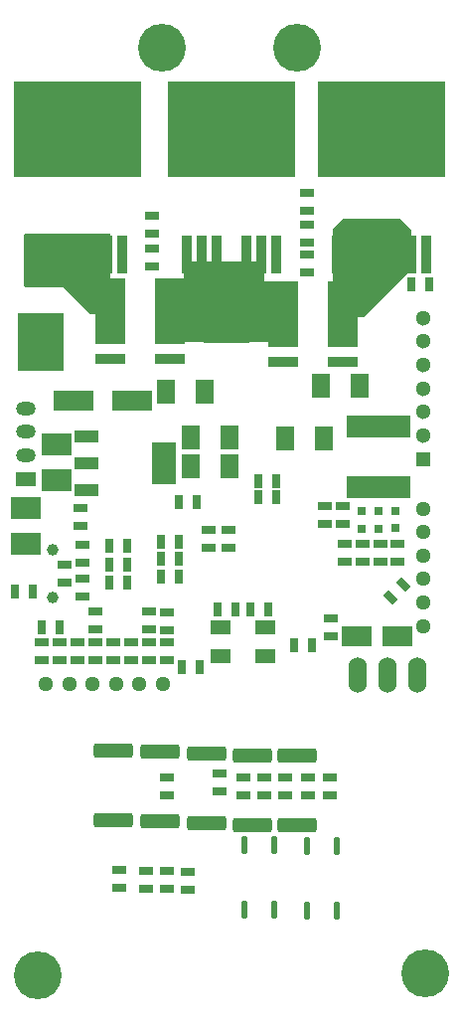
<source format=gbs>
%TF.GenerationSoftware,KiCad,Pcbnew,9.0.1*%
%TF.CreationDate,2025-05-08T23:40:52+03:00*%
%TF.ProjectId,BLDC_4,424c4443-5f34-42e6-9b69-6361645f7063,A*%
%TF.SameCoordinates,Original*%
%TF.FileFunction,Soldermask,Bot*%
%TF.FilePolarity,Negative*%
%FSLAX46Y46*%
G04 Gerber Fmt 4.6, Leading zero omitted, Abs format (unit mm)*
G04 Created by KiCad (PCBNEW 9.0.1) date 2025-05-08 23:40:52*
%MOMM*%
%LPD*%
G01*
G04 APERTURE LIST*
G04 Aperture macros list*
%AMRoundRect*
0 Rectangle with rounded corners*
0 $1 Rounding radius*
0 $2 $3 $4 $5 $6 $7 $8 $9 X,Y pos of 4 corners*
0 Add a 4 corners polygon primitive as box body*
4,1,4,$2,$3,$4,$5,$6,$7,$8,$9,$2,$3,0*
0 Add four circle primitives for the rounded corners*
1,1,$1+$1,$2,$3*
1,1,$1+$1,$4,$5*
1,1,$1+$1,$6,$7*
1,1,$1+$1,$8,$9*
0 Add four rect primitives between the rounded corners*
20,1,$1+$1,$2,$3,$4,$5,0*
20,1,$1+$1,$4,$5,$6,$7,0*
20,1,$1+$1,$6,$7,$8,$9,0*
20,1,$1+$1,$8,$9,$2,$3,0*%
%AMRotRect*
0 Rectangle, with rotation*
0 The origin of the aperture is its center*
0 $1 length*
0 $2 width*
0 $3 Rotation angle, in degrees counterclockwise*
0 Add horizontal line*
21,1,$1,$2,0,0,$3*%
G04 Aperture macros list end*
%ADD10C,4.064000*%
%ADD11O,1.524000X3.048000*%
%ADD12C,1.300480*%
%ADD13R,1.699260X1.198880*%
%ADD14O,1.699260X1.198880*%
%ADD15C,1.000000*%
%ADD16R,1.300000X1.300000*%
%ADD17C,1.300000*%
%ADD18R,2.499360X1.950720*%
%ADD19R,5.499100X1.849120*%
%ADD20R,0.797560X0.797560*%
%ADD21R,4.000000X5.000000*%
%ADD22R,2.540000X5.588000*%
%ADD23R,2.540000X0.889000*%
%ADD24R,1.800860X1.198880*%
%ADD25R,2.540000X1.699260*%
%ADD26R,10.800080X8.150860*%
%ADD27R,0.899160X3.200400*%
%ADD28R,1.143000X0.635000*%
%ADD29RotRect,0.635000X1.143000X225.000000*%
%ADD30R,1.524000X2.032000*%
%ADD31R,0.635000X1.143000*%
%ADD32R,2.032000X1.016000*%
%ADD33R,2.032000X3.657600*%
%ADD34R,3.500120X1.800860*%
%ADD35RoundRect,0.250000X1.425000X-0.362500X1.425000X0.362500X-1.425000X0.362500X-1.425000X-0.362500X0*%
%ADD36RoundRect,0.137500X-0.137500X0.587500X-0.137500X-0.587500X0.137500X-0.587500X0.137500X0.587500X0*%
G04 APERTURE END LIST*
D10*
%TO.C,1PIN*%
X92000000Y-83000000D03*
%TD*%
%TO.C,1PIN*%
X103500000Y-83000000D03*
%TD*%
D11*
%TO.C,K1*%
X108712000Y-136398000D03*
X111252000Y-136398000D03*
X113792000Y-136398000D03*
%TD*%
D12*
%TO.C,P2*%
X82098740Y-137200000D03*
X84100260Y-137200000D03*
X86099240Y-137200000D03*
X88100760Y-137200000D03*
X90099740Y-137200000D03*
X92101260Y-137200000D03*
%TD*%
%TO.C,P9*%
X114300000Y-122252740D03*
X114300000Y-124254260D03*
X114300000Y-126253240D03*
X114300000Y-128254760D03*
X114300000Y-130253740D03*
X114300000Y-132255260D03*
%TD*%
D13*
%TO.C,P1*%
X80450000Y-119728280D03*
D14*
X80450000Y-117726760D03*
X80450000Y-115725240D03*
X80450000Y-113726260D03*
%TD*%
D10*
%TO.C,1PIN*%
X114410000Y-161810000D03*
%TD*%
%TO.C,1PIN*%
X81450000Y-162040000D03*
%TD*%
D15*
%TO.C,X1*%
X82700000Y-125800000D03*
X82700000Y-129800000D03*
%TD*%
D16*
%TO.C,P3*%
X114300000Y-118018560D03*
D17*
X114300000Y-116017040D03*
X114300000Y-114015520D03*
X114300000Y-112016540D03*
X114300000Y-110015020D03*
X114300000Y-108013500D03*
X114300000Y-106014520D03*
%TD*%
D18*
%TO.C,C39*%
X80391000Y-125222000D03*
X80391000Y-122174000D03*
%TD*%
%TO.C,C41*%
X83000000Y-116776000D03*
X83000000Y-119824000D03*
%TD*%
D19*
%TO.C,C44*%
X110490000Y-120431560D03*
X110490000Y-115280440D03*
%TD*%
D20*
%TO.C,D2*%
X111887000Y-123939300D03*
X111887000Y-122440700D03*
%TD*%
%TO.C,D1*%
X110450000Y-123949300D03*
X110450000Y-122450700D03*
%TD*%
%TO.C,D3*%
X109050000Y-123949300D03*
X109050000Y-122450700D03*
%TD*%
D21*
%TO.C,P4*%
X81661000Y-108077000D03*
%TD*%
%TO.C,P5*%
X97536000Y-105664000D03*
%TD*%
D22*
%TO.C,R11*%
X102362000Y-105664000D03*
X107442000Y-105664000D03*
D23*
X102362000Y-109791500D03*
X107442000Y-109791500D03*
%TD*%
D24*
%TO.C,X2*%
X97033080Y-132354320D03*
X100832920Y-134853680D03*
X97033080Y-134853680D03*
X100832920Y-132354320D03*
%TD*%
D22*
%TO.C,R10*%
X87630000Y-105410000D03*
X92710000Y-105410000D03*
D23*
X87630000Y-109537500D03*
X92710000Y-109537500D03*
%TD*%
D25*
%TO.C,D5*%
X112092740Y-133096000D03*
X108633260Y-133096000D03*
%TD*%
D26*
%TO.C,Q6*%
X84836000Y-89984580D03*
D27*
X88646000Y-100586540D03*
X87376000Y-100586540D03*
X86106000Y-100586540D03*
X83566000Y-100586540D03*
X82296000Y-100586540D03*
X81026000Y-100586540D03*
%TD*%
D26*
%TO.C,Q2*%
X110744000Y-89984580D03*
D27*
X114554000Y-100586540D03*
X113284000Y-100586540D03*
X112014000Y-100586540D03*
X109474000Y-100586540D03*
X108204000Y-100586540D03*
X106934000Y-100586540D03*
%TD*%
D26*
%TO.C,Q4*%
X97917000Y-89984580D03*
D27*
X101727000Y-100586540D03*
X100457000Y-100586540D03*
X99187000Y-100586540D03*
X96647000Y-100586540D03*
X95377000Y-100586540D03*
X94107000Y-100586540D03*
%TD*%
D28*
%TO.C,C1*%
X83693000Y-127000000D03*
X83693000Y-128524000D03*
%TD*%
D29*
%TO.C,C2*%
X112552815Y-128747185D03*
X111475185Y-129824815D03*
%TD*%
D28*
%TO.C,C4*%
X81788000Y-133604000D03*
X81788000Y-135128000D03*
%TD*%
%TO.C,C5*%
X92456000Y-132588000D03*
X92456000Y-131064000D03*
%TD*%
%TO.C,C6*%
X90900000Y-132562000D03*
X90900000Y-131038000D03*
%TD*%
%TO.C,C7*%
X86350000Y-132562000D03*
X86350000Y-131038000D03*
%TD*%
D30*
%TO.C,C42*%
X102549000Y-116300000D03*
X105851000Y-116300000D03*
%TD*%
D28*
%TO.C,C20*%
X96012000Y-124079000D03*
X96012000Y-125603000D03*
%TD*%
D31*
%TO.C,C9*%
X96774000Y-130810000D03*
X98298000Y-130810000D03*
%TD*%
D28*
%TO.C,C10*%
X107600000Y-126762000D03*
X107600000Y-125238000D03*
%TD*%
%TO.C,C11*%
X97663000Y-125603000D03*
X97663000Y-124079000D03*
%TD*%
D31*
%TO.C,C22*%
X100203000Y-121285000D03*
X101727000Y-121285000D03*
%TD*%
D28*
%TO.C,C25*%
X105918000Y-123571000D03*
X105918000Y-122047000D03*
%TD*%
%TO.C,C38*%
X85090000Y-123698000D03*
X85090000Y-122174000D03*
%TD*%
D31*
%TO.C,C12*%
X103251000Y-133858000D03*
X104775000Y-133858000D03*
%TD*%
%TO.C,C13*%
X95250000Y-135763000D03*
X93726000Y-135763000D03*
%TD*%
%TO.C,C15*%
X101092000Y-130810000D03*
X99568000Y-130810000D03*
%TD*%
D30*
%TO.C,C43*%
X105537000Y-111760000D03*
X108839000Y-111760000D03*
%TD*%
%TO.C,C29*%
X92329000Y-112268000D03*
X95631000Y-112268000D03*
%TD*%
%TO.C,C30*%
X94488000Y-116205000D03*
X97790000Y-116205000D03*
%TD*%
%TO.C,C31*%
X94488000Y-118618000D03*
X97790000Y-118618000D03*
%TD*%
D28*
%TO.C,C24*%
X107442000Y-123571000D03*
X107442000Y-122047000D03*
%TD*%
%TO.C,R1*%
X85200000Y-125338000D03*
X85200000Y-126862000D03*
%TD*%
%TO.C,R2*%
X85200000Y-129762000D03*
X85200000Y-128238000D03*
%TD*%
%TO.C,R9*%
X106426000Y-131572000D03*
X106426000Y-133096000D03*
%TD*%
D31*
%TO.C,R3*%
X81012000Y-129300000D03*
X79488000Y-129300000D03*
%TD*%
D28*
%TO.C,R14*%
X83312000Y-135128000D03*
X83312000Y-133604000D03*
%TD*%
%TO.C,R20*%
X86360000Y-135128000D03*
X86360000Y-133604000D03*
%TD*%
%TO.C,R19*%
X89408000Y-135128000D03*
X89408000Y-133604000D03*
%TD*%
%TO.C,R18*%
X92456000Y-135128000D03*
X92456000Y-133604000D03*
%TD*%
%TO.C,R15*%
X90932000Y-135128000D03*
X90932000Y-133604000D03*
%TD*%
%TO.C,R16*%
X87884000Y-135128000D03*
X87884000Y-133604000D03*
%TD*%
%TO.C,R17*%
X84836000Y-135128000D03*
X84836000Y-133604000D03*
%TD*%
D31*
%TO.C,R27*%
X93472000Y-121666000D03*
X94996000Y-121666000D03*
%TD*%
D28*
%TO.C,R8*%
X109100000Y-125238000D03*
X109100000Y-126762000D03*
%TD*%
D31*
%TO.C,R33*%
X87503000Y-128524000D03*
X89027000Y-128524000D03*
%TD*%
%TO.C,R34*%
X93462000Y-128050000D03*
X91938000Y-128050000D03*
%TD*%
%TO.C,R35*%
X87503000Y-127000000D03*
X89027000Y-127000000D03*
%TD*%
%TO.C,R36*%
X93462000Y-126550000D03*
X91938000Y-126550000D03*
%TD*%
%TO.C,R40*%
X114808000Y-103124000D03*
X113284000Y-103124000D03*
%TD*%
D28*
%TO.C,R41*%
X104394000Y-96901000D03*
X104394000Y-95377000D03*
%TD*%
D31*
%TO.C,R37*%
X87488000Y-125450000D03*
X89012000Y-125450000D03*
%TD*%
%TO.C,R38*%
X93462000Y-125050000D03*
X91938000Y-125050000D03*
%TD*%
D28*
%TO.C,R43*%
X104394000Y-100584000D03*
X104394000Y-102108000D03*
%TD*%
%TO.C,R44*%
X104394000Y-98044000D03*
X104394000Y-99568000D03*
%TD*%
%TO.C,R7*%
X112100000Y-125238000D03*
X112100000Y-126762000D03*
%TD*%
%TO.C,R6*%
X110600000Y-125238000D03*
X110600000Y-126762000D03*
%TD*%
%TO.C,R46*%
X91186000Y-100076000D03*
X91186000Y-101600000D03*
%TD*%
%TO.C,R47*%
X91186000Y-97282000D03*
X91186000Y-98806000D03*
%TD*%
D31*
%TO.C,R13*%
X83312000Y-132334000D03*
X81788000Y-132334000D03*
%TD*%
D32*
%TO.C,U4*%
X85598000Y-120650000D03*
X85598000Y-118364000D03*
D33*
X92202000Y-118364000D03*
D32*
X85598000Y-116078000D03*
%TD*%
D34*
%TO.C,D4*%
X84495640Y-113030000D03*
X89494360Y-113030000D03*
%TD*%
D31*
%TO.C,C21*%
X100203000Y-119888000D03*
X101727000Y-119888000D03*
%TD*%
D28*
%TO.C,R65*%
X106301900Y-145127900D03*
X106301900Y-146651900D03*
%TD*%
%TO.C,R64*%
X104421900Y-145177900D03*
X104421900Y-146701900D03*
%TD*%
D35*
%TO.C,R68*%
X91851900Y-148852900D03*
X91851900Y-142927900D03*
%TD*%
D28*
%TO.C,R62*%
X100701900Y-145127900D03*
X100701900Y-146651900D03*
%TD*%
%TO.C,R61*%
X98951900Y-145127900D03*
X98951900Y-146651900D03*
%TD*%
%TO.C,R63*%
X102501900Y-145177900D03*
X102501900Y-146701900D03*
%TD*%
D35*
%TO.C,R69*%
X95801900Y-149052900D03*
X95801900Y-143127900D03*
%TD*%
%TO.C,R70*%
X99701900Y-149202900D03*
X99701900Y-143277900D03*
%TD*%
D28*
%TO.C,R56*%
X88351900Y-153027900D03*
X88351900Y-154551900D03*
%TD*%
%TO.C,R57*%
X96901900Y-146351900D03*
X96901900Y-144827900D03*
%TD*%
%TO.C,R60*%
X92401900Y-153127900D03*
X92401900Y-154651900D03*
%TD*%
%TO.C,R59*%
X94251900Y-153165900D03*
X94251900Y-154689900D03*
%TD*%
D36*
%TO.C,U12*%
X104361900Y-151027900D03*
X106901900Y-151027900D03*
X106901900Y-156527900D03*
X104361900Y-156527900D03*
%TD*%
D28*
%TO.C,R58*%
X90651900Y-153115900D03*
X90651900Y-154639900D03*
%TD*%
D35*
%TO.C,R67*%
X87901900Y-148802900D03*
X87901900Y-142877900D03*
%TD*%
D28*
%TO.C,R55*%
X92401900Y-145177900D03*
X92401900Y-146701900D03*
%TD*%
D35*
%TO.C,R71*%
X103501900Y-149202900D03*
X103501900Y-143277900D03*
%TD*%
D36*
%TO.C,U11*%
X99011900Y-150927900D03*
X101551900Y-150927900D03*
X101551900Y-156427900D03*
X99011900Y-156427900D03*
%TD*%
G36*
X87572121Y-98826002D02*
G01*
X87618614Y-98879658D01*
X87630000Y-98932000D01*
X87630000Y-105538000D01*
X87609998Y-105606121D01*
X87556342Y-105652614D01*
X87504000Y-105664000D01*
X85904190Y-105664000D01*
X85836069Y-105643998D01*
X85815095Y-105627095D01*
X83566001Y-103378000D01*
X80390000Y-103378000D01*
X80321879Y-103357998D01*
X80275386Y-103304342D01*
X80264000Y-103252000D01*
X80264000Y-98932000D01*
X80284002Y-98863879D01*
X80337658Y-98817386D01*
X80390000Y-98806000D01*
X87504000Y-98806000D01*
X87572121Y-98826002D01*
G37*
G36*
X112283931Y-97556002D02*
G01*
X112304905Y-97572905D01*
X113247095Y-98515095D01*
X113281121Y-98577407D01*
X113284000Y-98604190D01*
X113284000Y-101801810D01*
X113263998Y-101869931D01*
X113247095Y-101890905D01*
X109256905Y-105881095D01*
X109194593Y-105915121D01*
X109167810Y-105918000D01*
X106679000Y-105918000D01*
X106610879Y-105897998D01*
X106564386Y-105844342D01*
X106553000Y-105792000D01*
X106553000Y-98477190D01*
X106573002Y-98409069D01*
X106589905Y-98388095D01*
X107405095Y-97572905D01*
X107467407Y-97538879D01*
X107494190Y-97536000D01*
X112215810Y-97536000D01*
X112283931Y-97556002D01*
G37*
G36*
X100653121Y-101239002D02*
G01*
X100699614Y-101292658D01*
X100711000Y-101345000D01*
X100711000Y-102870000D01*
X101093000Y-102870000D01*
X101161121Y-102890002D01*
X101207614Y-102943658D01*
X101219000Y-102996000D01*
X101219000Y-107951000D01*
X101198998Y-108019121D01*
X101145342Y-108065614D01*
X101093000Y-108077000D01*
X93979000Y-108077000D01*
X93910879Y-108056998D01*
X93864386Y-108003342D01*
X93853000Y-107951000D01*
X93853000Y-101345000D01*
X93873002Y-101276879D01*
X93926658Y-101230386D01*
X93979000Y-101219000D01*
X100585000Y-101219000D01*
X100653121Y-101239002D01*
G37*
M02*

</source>
